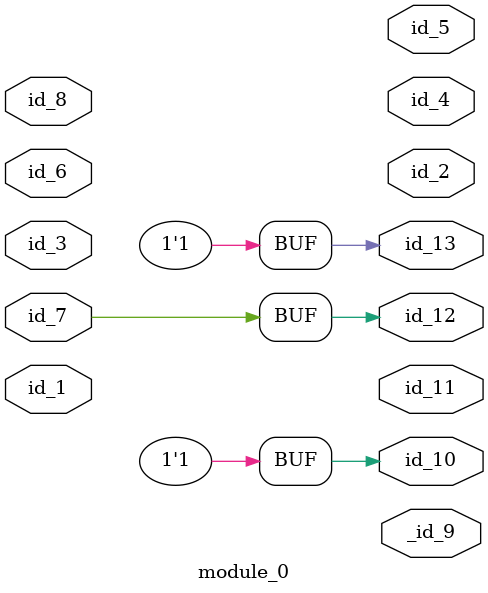
<source format=v>
`timescale 1ps / 1ps
module module_0 #(
    parameter id_9 = 32'd24
) (
    id_1,
    id_2,
    id_3,
    id_4,
    id_5,
    id_6,
    id_7,
    id_8,
    _id_9,
    id_10,
    id_11,
    id_12,
    id_13
);
  output id_13;
  output id_12;
  output id_11;
  output id_10;
  output _id_9;
  input id_8;
  input id_7;
  input id_6;
  output id_5;
  output id_4;
  input id_3;
  output id_2;
  input id_1;
  assign id_12[id_9] = 1;
  assign id_13 = 1;
  assign id_10 = 1;
  assign id_7 = id_12;
endmodule

</source>
